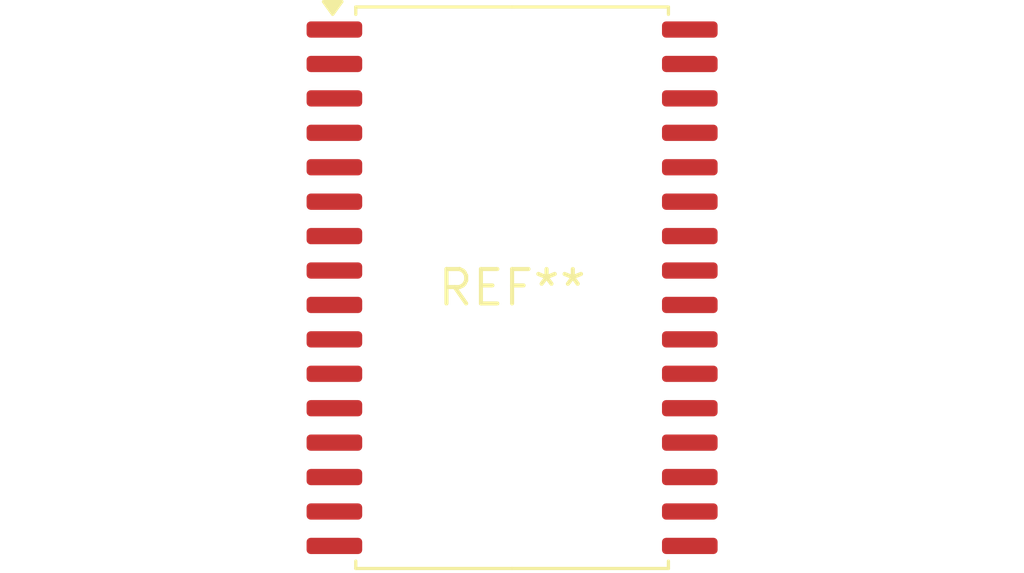
<source format=kicad_pcb>
(kicad_pcb (version 20240108) (generator pcbnew)
  (layers (0 "F.Cu" signal) (31 "B.Cu" signal) (34 "B.Paste" user) (35 "F.Paste" user) (36 "B.SilkS" user "B.Silkscreen") (37 "F.SilkS" user "F.Silkscreen") (38 "B.Mask" user) (39 "F.Mask" user) (44 "Edge.Cuts" user))
  (net 0 "")
  (footprint "SSOP-32_11.305x20.495mm_P1.27mm" (layer "F.Cu") (at 0 0)
    (property "Reference" "REF**")
    (property "Value" "SSOP-32_11.305x20.495mm_P1.27mm")
    (fp_line (start -5.7625 -10.3575) (end -5.7625 -10.085) (layer "F.SilkS") (stroke (width 0.12)))
    (fp_line (start -5.7625 10.3575) (end -5.7625 10.085) (layer "F.SilkS") (stroke (width 0.12)))
    (fp_line (start 0 -10.3575) (end -5.7625 -10.3575) (layer "F.SilkS") (stroke (width 0.12)))
    (fp_line (start 0 -10.3575) (end 5.7625 -10.3575) (layer "F.SilkS") (stroke (width 0.12)))
    (fp_line (start 0 10.3575) (end -5.7625 10.3575) (layer "F.SilkS") (stroke (width 0.12)))
    (fp_line (start 0 10.3575) (end 5.7625 10.3575) (layer "F.SilkS") (stroke (width 0.12)))
    (fp_line (start 5.7625 -10.3575) (end 5.7625 -10.085) (layer "F.SilkS") (stroke (width 0.12)))
    (fp_line (start 5.7625 10.3575) (end 5.7625 10.085) (layer "F.SilkS") (stroke (width 0.12)))
    (fp_poly (pts (xy -6.61375 -10.085) (xy -6.95375 -10.555) (xy -6.27375 -10.555) (xy -6.61375 -10.085)) (layer "F.SilkS") (stroke (width 0.12)) (fill solid))
    (pad "1" smd roundrect (at -6.55 -9.525) (size 2.05 0.6) (layers "F.Cu" "F.Paste" "F.Mask"))
    (pad "2" smd roundrect (at -6.55 -8.255) (size 2.05 0.6) (layers "F.Cu" "F.Paste" "F.Mask"))
    (pad "3" smd roundrect (at -6.55 -6.985) (size 2.05 0.6) (layers "F.Cu" "F.Paste" "F.Mask"))
    (pad "4" smd roundrect (at -6.55 -5.715) (size 2.05 0.6) (layers "F.Cu" "F.Paste" "F.Mask"))
    (pad "5" smd roundrect (at -6.55 -4.445) (size 2.05 0.6) (layers "F.Cu" "F.Paste" "F.Mask"))
    (pad "6" smd roundrect (at -6.55 -3.175) (size 2.05 0.6) (layers "F.Cu" "F.Paste" "F.Mask"))
    (pad "7" smd roundrect (at -6.55 -1.905) (size 2.05 0.6) (layers "F.Cu" "F.Paste" "F.Mask"))
    (pad "8" smd roundrect (at -6.55 -0.635) (size 2.05 0.6) (layers "F.Cu" "F.Paste" "F.Mask"))
    (pad "9" smd roundrect (at -6.55 0.635) (size 2.05 0.6) (layers "F.Cu" "F.Paste" "F.Mask"))
    (pad "10" smd roundrect (at -6.55 1.905) (size 2.05 0.6) (layers "F.Cu" "F.Paste" "F.Mask"))
    (pad "11" smd roundrect (at -6.55 3.175) (size 2.05 0.6) (layers "F.Cu" "F.Paste" "F.Mask"))
    (pad "12" smd roundrect (at -6.55 4.445) (size 2.05 0.6) (layers "F.Cu" "F.Paste" "F.Mask"))
    (pad "13" smd roundrect (at -6.55 5.715) (size 2.05 0.6) (layers "F.Cu" "F.Paste" "F.Mask"))
    (pad "14" smd roundrect (at -6.55 6.985) (size 2.05 0.6) (layers "F.Cu" "F.Paste" "F.Mask"))
    (pad "15" smd roundrect (at -6.55 8.255) (size 2.05 0.6) (layers "F.Cu" "F.Paste" "F.Mask"))
    (pad "16" smd roundrect (at -6.55 9.525) (size 2.05 0.6) (layers "F.Cu" "F.Paste" "F.Mask"))
    (pad "17" smd roundrect (at 6.55 9.525) (size 2.05 0.6) (layers "F.Cu" "F.Paste" "F.Mask"))
    (pad "18" smd roundrect (at 6.55 8.255) (size 2.05 0.6) (layers "F.Cu" "F.Paste" "F.Mask"))
    (pad "19" smd roundrect (at 6.55 6.985) (size 2.05 0.6) (layers "F.Cu" "F.Paste" "F.Mask"))
    (pad "20" smd roundrect (at 6.55 5.715) (size 2.05 0.6) (layers "F.Cu" "F.Paste" "F.Mask"))
    (pad "21" smd roundrect (at 6.55 4.445) (size 2.05 0.6) (layers "F.Cu" "F.Paste" "F.Mask"))
    (pad "22" smd roundrect (at 6.55 3.175) (size 2.05 0.6) (layers "F.Cu" "F.Paste" "F.Mask"))
    (pad "23" smd roundrect (at 6.55 1.905) (size 2.05 0.6) (layers "F.Cu" "F.Paste" "F.Mask"))
    (pad "24" smd roundrect (at 6.55 0.635) (size 2.05 0.6) (layers "F.Cu" "F.Paste" "F.Mask"))
    (pad "25" smd roundrect (at 6.55 -0.635) (size 2.05 0.6) (layers "F.Cu" "F.Paste" "F.Mask"))
    (pad "26" smd roundrect (at 6.55 -1.905) (size 2.05 0.6) (layers "F.Cu" "F.Paste" "F.Mask"))
    (pad "27" smd roundrect (at 6.55 -3.175) (size 2.05 0.6) (layers "F.Cu" "F.Paste" "F.Mask"))
    (pad "28" smd roundrect (at 6.55 -4.445) (size 2.05 0.6) (layers "F.Cu" "F.Paste" "F.Mask"))
    (pad "29" smd roundrect (at 6.55 -5.715) (size 2.05 0.6) (layers "F.Cu" "F.Paste" "F.Mask"))
    (pad "30" smd roundrect (at 6.55 -6.985) (size 2.05 0.6) (layers "F.Cu" "F.Paste" "F.Mask"))
    (pad "31" smd roundrect (at 6.55 -8.255) (size 2.05 0.6) (layers "F.Cu" "F.Paste" "F.Mask"))
    (pad "32" smd roundrect (at 6.55 -9.525) (size 2.05 0.6) (layers "F.Cu" "F.Paste" "F.Mask"))
  )
)
</source>
